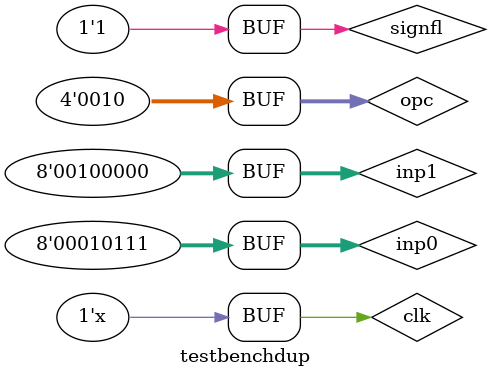
<source format=sv>
module testbenchdup();
// Declare inputs as regs and outputs as wires
reg [7:0] inp0;
reg [7:0] inp1;
reg [3:0] opc;
reg clk;
reg signfl;



// wire [7:0] currentpc;

// Initialize all variables
initial begin        
	clk = 1;       // initial value of clock

	
	#10      // wait a cycle, make sure the PC doesn't change
	#10	inp0 = 2; inp1 = 4; opc = 0; signfl = 1;
	#10
	#10	inp0 = 1; inp1 = 3; opc = 1; signfl = 1;
	#10
	#10	inp0 = 23; inp1 = 32; opc = 2; signfl = 1;
	#10
	#10	inp0 = 23; inp1 = -32; opc = 2; signfl = 1;
	#10
	#10	inp0 = 5; inp1 = 7; opc = 3; signfl = 1;
	#10
	#10	inp0 = 6; inp1 = 8; opc = 4; signfl = 1;
	#10   
	#10	inp0 = 23; inp1 = 32; opc = 2; signfl = 1;
	#10
	#10	inp0 = 23; inp1 = 32; opc = 2; signfl = 1;
	#10
	#10	inp0 = 23; inp1 = 32; opc = 2; signfl = 1;
	#10
	#10	inp0 = 23; inp1 = 32; opc = 2; signfl = 1;
	#10
	#10	inp0 = 23; inp1 = 32; opc = 2; signfl = 1;
	#10
	#10	inp0 = 23; inp1 = 32; opc = 2; signfl = 1;
	#10
	#10
	#10
	#10
	#10
	#10
	#10
	#10
	#10
	#10
	#10
	#10
	#10
	#10
	#10
	#10
	#10
	#10
	#10
	#10
	#10
	#10
	#10
	#10
	#10
	#10
	#10 inp0 = 23; inp1 = 32; opc = 2; signfl = 1;

 end

// Clock generator
always begin
   #5  clk = ~clk; // Toggle clock every 5 ticks
						// this makes the clock cycle 10 ticks
end

// the following creates an instance of our program_counter register.
//   I copied this code verbatim from the walkthough.v that was
//   generated by Quartus when I created the .v file from the .bdf.


alu	b2v_inst(
	.signFlag(signfl),
	.input0(inp0),
	.input1(inp1),
	.opcode(opc),
	.overflowFlag(ovfl),
	.lessThanFlag(ltfl),
	.overflow(SYNTHESIZED_WIRE_7),
	.result(res));

endmodule
</source>
